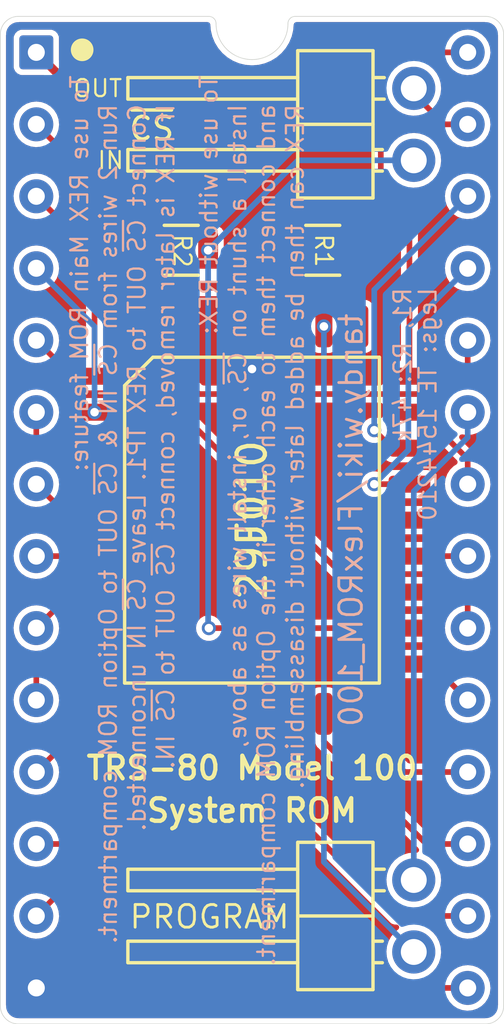
<source format=kicad_pcb>
(kicad_pcb (version 20211014) (generator pcbnew)
  (title_block (title "FlashROM_100 - PLCC") (date "2021-05-12") (rev "003") (company "Brian K. White - b.kenyon.w@gmail.com") (comment 1 "System ROM for TRS-80 Model 100 with support for REX main rom feature"))
  (layers (0 "F.Cu" signal) (31 "B.Cu" signal) (34 "B.Paste" user) (35 "F.Paste" user) (36 "B.SilkS" user "B.Silkscreen") (37 "F.SilkS" user "F.Silkscreen") (38 "B.Mask" user) (39 "F.Mask" user) (44 "Edge.Cuts" user))
  (net 0 "")
  (net 1 "/D3")
  (net 2 "/A10")
  (net 3 "/D4")
  (net 4 "/A7")
  (net 5 "/D5")
  (net 6 "/A6")
  (net 7 "/D6")
  (net 8 "/A5")
  (net 9 "/D7")
  (net 10 "/A4")
  (net 11 "/A11")
  (net 12 "/A3")
  (net 13 "/~{OE}")
  (net 14 "/A2")
  (net 15 "/A13")
  (net 16 "/A1")
  (net 17 "/A0")
  (net 18 "/A12")
  (net 19 "/D0")
  (net 20 "/A9")
  (net 21 "/D1")
  (net 22 "/A8")
  (net 23 "/D2")
  (net 24 "/A14")
  (net 25 "/~{WE}")
  (net 26 "VCC")
  (net 27 "GND")
  (net 28 "/ALE_~{WE}")
  (net 29 "/~{CS_BUS}")
  (net 30 "/~{CS}")
  (net 32 "unconnected-(U1-Pad30)")
  (footprint "000_LOCAL:R_0805" (layer "F.Cu") (at 147.5 90.475 180)
    (fp_text reference "R2" (at -0.04 -0.02 270 unlocked) (layer "F.SilkS") (effects (font (size 0.6 0.6) (thickness 0.08))))
    (fp_text value "47K")
    (fp_line (start -0.6 -0.88) (end 0.6 -0.88) (layer "F.SilkS") (width 0.12))
    (fp_line (start 0.6 0.88) (end -0.6 0.88) (layer "F.SilkS") (width 0.12))
    (pad "1" smd roundrect locked (at -0.95 0 180) (size 0.7 1.3) (layers "F.Cu" "F.Paste" "F.Mask") (roundrect_rratio 0.1) (net 30 "/~{CS}"))
    (pad "2" smd roundrect locked (at 0.95 0 180) (size 0.7 1.3) (layers "F.Cu" "F.Paste" "F.Mask") (roundrect_rratio 0.1) (net 26 "VCC"))
  )
  (footprint "000_LOCAL:PLCC32_7x9" (layer "F.Cu") (at 150 100)
    (fp_text reference "U1" hide)
    (fp_text value "29F010" (at 0 0 -90) (layer "F.SilkS"))
    (fp_line (start -3.5 -5.75) (end 4.5 -5.75) (layer "F.SilkS") (width 0.12))
    (fp_line (start 4.5 -5.75) (end 4.5 5.75) (layer "F.SilkS") (width 0.12))
    (fp_line (start -4.5 5.75) (end -4.5 -4.75) (layer "F.SilkS") (width 0.12))
    (fp_line (start -4.5 -4.75) (end -3.5 -5.75) (layer "F.SilkS") (width 0.12))
    (fp_line (start 4.5 5.75) (end -4.5 5.75) (layer "F.SilkS") (width 0.12))
    (pad "1" smd roundrect locked (at 0 -6.8375) (size 0.6 1.475) (layers "F.Cu" "F.Paste" "F.Mask"))
    (pad "2" smd roundrect locked (at -1.27 -6.8375) (size 0.6 1.475) (layers "F.Cu" "F.Paste" "F.Mask") (net 27 "GND"))
    (pad "3" smd roundrect locked (at -2.54 -6.8375) (size 0.6 1.475) (layers "F.Cu" "F.Paste" "F.Mask") (net 27 "GND"))
    (pad "4" smd roundrect locked (at -3.81 -6.8375) (size 0.6 1.475) (layers "F.Cu" "F.Paste" "F.Mask") (net 18 "/A12"))
    (pad "5" smd roundrect locked (at -5.5625 -5.08) (size 1.475 0.6) (layers "F.Cu" "F.Paste" "F.Mask") (net 4 "/A7"))
    (pad "6" smd roundrect locked (at -5.5625 -3.81) (size 1.475 0.6) (layers "F.Cu" "F.Paste" "F.Mask") (net 6 "/A6"))
    (pad "7" smd roundrect locked (at -5.5625 -2.54) (size 1.475 0.6) (layers "F.Cu" "F.Paste" "F.Mask") (net 8 "/A5"))
    (pad "8" smd roundrect locked (at -5.5625 -1.27) (size 1.475 0.6) (layers "F.Cu" "F.Paste" "F.Mask") (net 10 "/A4"))
    (pad "9" smd roundrect locked (at -5.5625 0) (size 1.475 0.6) (layers "F.Cu" "F.Paste" "F.Mask") (net 12 "/A3"))
    (pad "10" smd roundrect locked (at -5.5625 1.27) (size 1.475 0.6) (layers "F.Cu" "F.Paste" "F.Mask") (net 14 "/A2"))
    (pad "11" smd roundrect locked (at -5.5625 2.54) (size 1.475 0.6) (layers "F.Cu" "F.Paste" "F.Mask") (net 16 "/A1"))
    (pad "12" smd roundrect locked (at -5.5625 3.81) (size 1.475 0.6) (layers "F.Cu" "F.Paste" "F.Mask") (net 17 "/A0"))
    (pad "13" smd roundrect locked (at -5.5625 5.08) (size 1.475 0.6) (layers "F.Cu" "F.Paste" "F.Mask") (net 19 "/D0"))
    (pad "14" smd roundrect locked (at -3.81 6.8375) (size 0.6 1.475) (layers "F.Cu" "F.Paste" "F.Mask") (net 21 "/D1"))
    (pad "15" smd roundrect locked (at -2.54 6.8375) (size 0.6 1.475) (layers "F.Cu" "F.Paste" "F.Mask") (net 23 "/D2"))
    (pad "16" smd roundrect locked (at -1.27 6.8375) (size 0.6 1.475) (layers "F.Cu" "F.Paste" "F.Mask") (net 27 "GND"))
    (pad "17" smd roundrect locked (at 0 6.8375) (size 0.6 1.475) (layers "F.Cu" "F.Paste" "F.Mask") (net 1 "/D3"))
    (pad "18" smd roundrect locked (at 1.27 6.8375) (size 0.6 1.475) (layers "F.Cu" "F.Paste" "F.Mask") (net 3 "/D4"))
    (pad "19" smd roundrect locked (at 2.54 6.8375) (size 0.6 1.475) (layers "F.Cu" "F.Paste" "F.Mask") (net 5 "/D5"))
    (pad "20" smd roundrect locked (at 3.81 6.8375) (size 0.6 1.475) (layers "F.Cu" "F.Paste" "F.Mask") (net 7 "/D6"))
    (pad "21" smd roundrect locked (at 5.5625 5.08) (size 1.475 0.6) (layers "F.Cu" "F.Paste" "F.Mask") (net 9 "/D7"))
    (pad "22" smd roundrect locked (at 5.5625 3.81) (size 1.475 0.6) (layers "F.Cu" "F.Paste" "F.Mask") (net 30 "/~{CS}"))
    (pad "23" smd roundrect locked (at 5.5625 2.54) (size 1.475 0.6) (layers "F.Cu" "F.Paste" "F.Mask") (net 2 "/A10"))
    (pad "24" smd roundrect locked (at 5.5625 1.27) (size 1.475 0.6) (layers "F.Cu" "F.Paste" "F.Mask") (net 13 "/~{OE}"))
    (pad "25" smd roundrect locked (at 5.5625 0) (size 1.475 0.6) (layers "F.Cu" "F.Paste" "F.Mask") (net 11 "/A11"))
    (pad "26" smd roundrect locked (at 5.5625 -1.27) (size 1.475 0.6) (layers "F.Cu" "F.Paste" "F.Mask") (net 20 "/A9"))
    (pad "27" smd roundrect locked (at 5.5625 -2.54) (size 1.475 0.6) (layers "F.Cu" "F.Paste" "F.Mask") (net 22 "/A8"))
    (pad "28" smd roundrect locked (at 5.5625 -3.81) (size 1.475 0.6) (layers "F.Cu" "F.Paste" "F.Mask") (net 15 "/A13"))
    (pad "29" smd roundrect locked (at 5.5625 -5.08) (size 1.475 0.6) (layers "F.Cu" "F.Paste" "F.Mask") (net 24 "/A14"))
    (pad "30" smd roundrect locked (at 3.81 -6.8375) (size 0.6 1.475) (layers "F.Cu" "F.Paste" "F.Mask") (net 32 "unconnected-(U1-Pad30)"))
    (pad "31" smd roundrect locked (at 2.54 -6.8375) (size 0.6 1.475) (layers "F.Cu" "F.Paste" "F.Mask") (net 25 "/~{WE}"))
    (pad "32" smd roundrect locked (at 1.27 -6.8375) (size 0.6 1.475) (layers "F.Cu" "F.Paste" "F.Mask") (net 26 "VCC"))
  )
  (footprint "000_LOCAL:Pin_Header_Angled_1x02_Pitch2.54mm" (layer "F.Cu") (at 155.715 115.24 180)
    (fp_text reference "JP2" hide)
    (fp_text value "Write-Enable")
    (fp_line (start 10.1 2.92) (end 4.1 2.92) (layer "F.SilkS") (width 0.12))
    (fp_line (start 1.44 3.87) (end 4.1 3.87) (layer "F.SilkS") (width 0.12))
    (fp_line (start 4.1 -1.33) (end 1.44 -1.33) (layer "F.SilkS") (width 0.12))
    (fp_line (start 4.1 -0.38) (end 10.1 -0.38) (layer "F.SilkS") (width 0.12))
    (fp_line (start 4.1 2.16) (end 10.1 2.16) (layer "F.SilkS") (width 0.12))
    (fp_line (start 10.1 0.38) (end 4.1 0.38) (layer "F.SilkS") (width 0.12))
    (fp_line (start 1.042929 2.92) (end 1.44 2.92) (layer "F.SilkS") (width 0.12))
    (fp_line (start 1.11 0.38) (end 1.44 0.38) (layer "F.SilkS") (width 0.12))
    (fp_line (start 1.042929 2.16) (end 1.44 2.16) (layer "F.SilkS") (width 0.12))
    (fp_line (start 4.1 3.87) (end 4.1 -1.33) (layer "F.SilkS") (width 0.12))
    (fp_line (start 1.11 -0.38) (end 1.44 -0.38) (layer "F.SilkS") (width 0.12))
    (fp_line (start 10.1 2.16) (end 10.1 2.92) (layer "F.SilkS") (width 0.12))
    (fp_line (start 10.1 -0.38) (end 10.1 0.38) (layer "F.SilkS") (width 0.12))
    (fp_line (start 1.44 -1.33) (end 1.44 3.87) (layer "F.SilkS") (width 0.12))
    (fp_line (start 1.44 1.27) (end 4.1 1.27) (layer "F.SilkS") (width 0.12))
    (pad "1" thru_hole circle locked (at 0 0 180) (size 1.524 1.524) (drill 0.9144) (layers *.Cu *.Mask) (net 25 "/~{WE}"))
    (pad "2" thru_hole circle locked (at 0 2.54 180) (size 1.524 1.524) (drill 0.9144) (layers *.Cu *.Mask) (net 28 "/ALE_~{WE}"))
  )
  (footprint "000_LOCAL:R_0805" (layer "F.Cu") (at 152.5 90.475 180)
    (fp_text reference "R1" (at -0.04 -0.01 -90 unlocked) (layer "F.SilkS") (effects (font (size 0.6 0.6) (thickness 0.08))))
    (fp_text value "47K" hide)
    (fp_line (start 0.6 0.88) (end -0.6 0.88) (layer "F.SilkS") (width 0.12))
    (fp_line (start -0.6 -0.88) (end 0.6 -0.88) (layer "F.SilkS") (width 0.12))
    (pad "1" smd roundrect locked (at -0.95 0 180) (size 0.7 1.3) (layers "F.Cu" "F.Paste" "F.Mask") (roundrect_rratio 0.1) (net 25 "/~{WE}"))
    (pad "2" smd roundrect locked (at 0.95 0 180) (size 0.7 1.3) (layers "F.Cu" "F.Paste" "F.Mask") (roundrect_rratio 0.1) (net 26 "VCC"))
  )
  (footprint "000_LOCAL:Pin_Header_Angled_1x02_Pitch2.54mm" (layer "F.Cu") (at 155.715 87.3 180)
    (fp_text reference "JP1" hide)
    (fp_text value "~CS~ breakout")
    (fp_line (start 4.1 -1.33) (end 1.44 -1.33) (layer "F.SilkS") (width 0.12))
    (fp_line (start 10.1 0.38) (end 4.1 0.38) (layer "F.SilkS") (width 0.12))
    (fp_line (start 1.11 0.38) (end 1.44 0.38) (layer "F.SilkS") (width 0.12))
    (fp_line (start 10.1 2.16) (end 10.1 2.92) (layer "F.SilkS") (width 0.12))
    (fp_line (start 1.042929 2.16) (end 1.44 2.16) (layer "F.SilkS") (width 0.12))
    (fp_line (start 4.1 -0.38) (end 10.1 -0.38) (layer "F.SilkS") (width 0.12))
    (fp_line (start 1.44 1.27) (end 4.1 1.27) (layer "F.SilkS") (width 0.12))
    (fp_line (start 1.042929 2.92) (end 1.44 2.92) (layer "F.SilkS") (width 0.12))
    (fp_line (start 10.1 2.92) (end 4.1 2.92) (layer "F.SilkS") (width 0.12))
    (fp_line (start 1.44 3.87) (end 4.1 3.87) (layer "F.SilkS") (width 0.12))
    (fp_line (start 10.1 -0.38) (end 10.1 0.38) (layer "F.SilkS") (width 0.12))
    (fp_line (start 4.1 3.87) (end 4.1 -1.33) (layer "F.SilkS") (width 0.12))
    (fp_line (start 1.44 -1.33) (end 1.44 3.87) (layer "F.SilkS") (width 0.12))
    (fp_line (start 4.1 2.16) (end 10.1 2.16) (layer "F.SilkS") (width 0.12))
    (fp_line (start 1.11 -0.38) (end 1.44 -0.38) (layer "F.SilkS") (width 0.12))
    (pad "1" thru_hole circle locked (at 0 0 180) (size 1.524 1.524) (drill 0.9144) (layers *.Cu *.Mask) (net 30 "/~{CS}"))
    (pad "2" thru_hole circle locked (at 0 2.54 180) (size 1.524 1.524) (drill 0.9144) (layers *.Cu *.Mask) (net 29 "/~{CS_BUS}"))
  )
  (footprint "000_LOCAL:DIP28_0.6_pcb" (layer "F.Cu") (at 150 100)
    (fp_text reference "J1" (at 0 0 -90) (layer "F.SilkS"))
    (fp_text value "LH535618 DIP LEGS")
    (fp_line (start 8.89 17.145) (end 8.89 -17.145) (layer "Edge.Cuts") (width 0.0254))
    (fp_line (start -8.255 -17.78) (end -1.524 -17.78) (layer "Edge.Cuts") (width 0.0254))
    (fp_line (start -8.89 -17.145) (end -8.89 17.145) (layer "Edge.Cuts") (width 0.0254))
    (fp_line (start 1.524 -17.78) (end 8.255 -17.78) (layer "Edge.Cuts") (width 0.0254))
    (fp_line (start -8.255 17.78) (end 8.255 17.78) (layer "Edge.Cuts") (width 0.0254))
    (fp_arc (start -8.255 17.78) (mid -8.704013 17.594013) (end -8.89 17.145) (layer "Edge.Cuts") (width 0.0254))
    (fp_arc (start -1.524 -17.78) (mid -1.344395 -17.705605) (end -1.27 -17.526) (layer "Edge.Cuts") (width 0.0254))
    (fp_arc (start 1.27 -17.526) (mid 0 -16.256) (end -1.27 -17.526) (layer "Edge.Cuts") (width 0.0254))
    (fp_arc (start 1.27 -17.526) (mid 1.344395 -17.705605) (end 1.524 -17.78) (layer "Edge.Cuts") (width 0.0254))
    (fp_arc (start 8.89 17.145) (mid 8.704013 17.594013) (end 8.255 17.78) (layer "Edge.Cuts") (width 0.0254))
    (fp_arc (start 8.255 -17.78) (mid 8.704013 -17.594013) (end 8.89 -17.145) (layer "Edge.Cuts") (width 0.0254))
    (fp_arc (start -8.89 -17.145) (mid -8.704013 -17.594013) (end -8.255 -17.78) (layer "Edge.Cuts") (width 0.0254))
    (pad "1" thru_hole roundrect (at -7.62 -16.51) (size 1.2 1.2) (drill 0.6) (layers *.Cu *.Mask) (roundrect_rratio 0.1) (net 26 "VCC"))
    (pad "2" thru_hole circle (at -7.62 -13.97) (size 1.2 1.2) (drill 0.6) (layers *.Cu *.Mask) (net 2 "/A10"))
    (pad "3" thru_hole circle (at -7.62 -11.43) (size 1.2 1.2) (drill 0.6) (layers *.Cu *.Mask) (net 4 "/A7"))
    (pad "4" thru_hole circle (at -7.62 -8.89) (size 1.2 1.2) (drill 0.6) (layers *.Cu *.Mask) (net 6 "/A6"))
    (pad "5" thru_hole circle (at -7.62 -6.35) (size 1.2 1.2) (drill 0.6) (layers *.Cu *.Mask) (net 8 "/A5"))
    (pad "6" thru_hole circle (at -7.62 -3.81) (size 1.2 1.2) (drill 0.6) (layers *.Cu *.Mask) (net 10 "/A4"))
    (pad "7" thru_hole circle (at -7.62 -1.27) (size 1.2 1.2) (drill 0.6) (layers *.Cu *.Mask) (net 12 "/A3"))
    (pad "8" thru_hole circle (at -7.62 1.27) (size 1.2 1.2) (drill 0.6) (layers *.Cu *.Mask) (net 14 "/A2"))
    (pad "9" thru_hole circle (at -7.62 3.81) (size 1.2 1.2) (drill 0.6) (layers *.Cu *.Mask) (net 16 "/A1"))
    (pad "10" thru_hole circle (at -7.62 6.35) (size 1.2 1.2) (drill 0.6) (layers *.Cu *.Mask) (net 17 "/A0"))
    (pad "11" thru_hole circle (at -7.62 8.89) (size 1.2 1.2) (drill 0.6) (layers *.Cu *.Mask) (net 19 "/D0"))
    (pad "12" thru_hole circle (at -7.62 11.43) (size 1.2 1.2) (drill 0.6) (layers *.Cu *.Mask) (net 21 "/D1"))
    (pad "13" thru_hole circle (at -7.62 13.97) (size 1.2 1.2) (drill 0.6) (layers *.Cu *.Mask) (net 23 "/D2"))
    (pad "14" thru_hole circle (at -7.62 16.51) (size 1.2 1.2) (drill 0.6) (layers *.Cu *.Mask) (net 27 "GND"))
    (pad "15" thru_hole circle (at 7.62 16.51) (size 1.2 1.2) (drill 0.6) (layers *.Cu *.Mask) (net 1 "/D3"))
    (pad "16" thru_hole circle (at 7.62 13.97) (size 1.2 1.2) (drill 0.6) (layers *.Cu *.Mask) (net 3 "/D4"))
    (pad "17" thru_hole circle (at 7.62 11.43) (size 1.2 1.2) (drill 0.6) (layers *.Cu *.Mask) (net 5 "/D5"))
    (pad "18" thru_hole circle (at 7.62 8.89) (size 1.2 1.2) (drill 0.6) (layers *.Cu *.Mask) (net 7 "/D6"))
    (pad "19" thru_hole circle (at 7.62 6.35) (size 1.2 1.2) (drill 0.6) (layers *.Cu *.Mask) (net 9 "/D7"))
    (pad "20" thru_hole circle (at 7.62 3.81) (size 1.2 1.2) (drill 0.6) (layers *.Cu *.Mask) (net 11 "/A11"))
    (pad "21" thru_hole circle (at 7.62 1.27) (size 1.2 1.2) (drill 0.6) (layers *.Cu *.Mask) (net 13 "/~{OE}"))
    (pad "22" thru_hole circle (at 7.62 -1.27) (size 1.2 1.2) (drill 0.6) (layers *.Cu *.Mask) (net 15 "/A13"))
    (pad "23" thru_hole circle (at 7.62 -3.81) (size 1.2 1.2) (drill 0.6) (layers *.Cu *.Mask) (net 28 "/ALE_~{WE}"))
    (pad "24" thru_hole circle (at 7.62 -6.35) (size 1.2 1.2) (drill 0.6) (layers *.Cu *.Mask) (net 18 "/A12"))
    (pad "25" thru_hole circle (at 7.62 -8.89) (size 1.2 1.2) (drill 0.6) (layers *.Cu *.Mask) (net 20 "/A9"))
    (pad "26" thru_hole circle (at 7.62 -11.43) (size 1.2 1.2) (drill 0.6) (layers *.Cu *.Mask) (net 22 "/A8"))
    (pad "27" thru_hole circle (at 7.62 -13.97) (size 1.2 1.2) (drill 0.6) (layers *.Cu *.Mask) (net 29 "/~{CS_BUS}"))
    (pad "28" thru_hole circle (at 7.62 -16.51) (size 1.2 1.2) (drill 0.6) (layers *.Cu *.Mask) (net 24 "/A14"))
  )
  (gr_circle (center 144 83.4) (end 144.2 83.4) (layer "F.SilkS") (width 0.4) (fill none))
  (gr_text "Legs: TE 1544210" (at 156.21 91.745 90) (layer "B.SilkS") (effects (font (size 0.6 0.6) (thickness 0.08)) (justify left mirror)))
  (gr_text "To use without REX:" (at 148.476 84.252 90) (layer "B.SilkS") (effects (font (size 0.6 0.6) (thickness 0.08)) (justify left mirror)))
  (gr_text "and connect them to each other in the Option ROM compartment." (at 150.508 85.268 90) (layer "B.SilkS") (effects (font (size 0.6 0.6) (thickness 0.08)) (justify left mirror)))
  (gr_text "Install a shunt on ~{CS}, or, install wires as above," (at 149.492 85.268 90) (layer "B.SilkS") (effects (font (size 0.6 0.6) (thickness 0.08)) (justify left mirror)))
  (gr_text "REX can then be added later without disassembling." (at 151.524 85.268 90) (layer "B.SilkS") (effects (font (size 0.6 0.6) (thickness 0.08)) (justify left mirror)))
  (gr_text "R1, R2: 47k" (at 155.321 91.745 90) (layer "B.SilkS") (effects (font (size 0.6 0.6) (thickness 0.08)) (justify left mirror)))
  (gr_text "Run 2 wires from ~{CS} IN & ~{CS} OUT to Option ROM compartment." (at 144.92 85.268 90) (layer "B.SilkS") (effects (font (size 0.6 0.6) (thickness 0.08)) (justify left mirror)))
  (gr_text "If REX is later removed, connect ~{CS} OUT to ~{CS} IN." (at 146.952 85.268 90) (layer "B.SilkS") (effects (font (size 0.6 0.6) (thickness 0.08)) (justify left mirror)))
  (gr_text "Connect ~{CS} OUT to REX TP1. Leave ~{CS} IN unconnected." (at 145.936 85.268 90) (layer "B.SilkS") (effects (font (size 0.6 0.6) (thickness 0.08)) (justify left mirror)))
  (gr_text "To use REX Main ROM feature:" (at 143.904 84.252 90) (layer "B.SilkS") (effects (font (size 0.6 0.6) (thickness 0.08)) (justify left mirror)))
  (gr_text "tandy.wiki/FlexROM_100" (at 153.5 100 90) (layer "B.SilkS") (effects (font (size 0.8 0.8) (thickness 0.1)) (justify mirror)))
  (gr_text "IN" (at 145.0086 87.2998) (layer "F.SilkS") (effects (font (size 0.6 0.6) (thickness 0.08))))
  (gr_text "OUT" (at 144.5514 84.7598) (layer "F.SilkS") (effects (font (size 0.6 0.6) (thickness 0.08))))
  (gr_text "~{CS}" (at 146.4564 86.1822) (layer "F.SilkS") (effects (font (size 0.8 0.8) (thickness 0.12))))
  (gr_text "System ROM" (at 150 110.25) (layer "F.SilkS") (effects (font (size 0.8 0.8))))
  (gr_text "PROGRAM" (at 148.5 114) (layer "F.SilkS") (effects (font (size 0.8 0.8) (thickness 0.1))))
  (gr_text "TRS-80 Model 100" (at 150 108.75) (layer "F.SilkS") (effects (font (size 0.8 0.8))))
  (segment (start 157.62 116.51) (end 155.08 116.51) (width 0.2) (layer "F.Cu") (net 1))
  (segment (start 150 111.43) (end 150 106.8375) (width 0.2) (layer "F.Cu") (net 1))
  (segment (start 155.08 116.51) (end 150 111.43) (width 0.2) (layer "F.Cu") (net 1))
  (segment (start 155.5625 102.54) (end 155.5625 102.54) (width 0.18) (layer "F.Cu") (net 2))
  (segment (start 155.5625 102.54) (end 153.81 102.54) (width 0.2) (layer "F.Cu") (net 2))
  (segment (start 145.1105 88.7605) (end 142.38 86.03) (width 0.2) (layer "F.Cu") (net 2))
  (segment (start 153.81 102.54) (end 145.1105 93.8405) (width 0.2) (layer "F.Cu") (net 2))
  (segment (start 145.1105 93.8405) (end 145.1105 88.7605) (width 0.2) (layer "F.Cu") (net 2))
  (segment (start 157.62 113.97) (end 155.08 113.97) (width 0.2) (layer "F.Cu") (net 3))
  (segment (start 151.27 110.16) (end 151.27 106.8375) (width 0.2) (layer "F.Cu") (net 3))
  (segment (start 155.08 113.97) (end 151.27 110.16) (width 0.2) (layer "F.Cu") (net 3))
  (segment (start 144.4375 94.92) (end 144.4375 90.6275) (width 0.2) (layer "F.Cu") (net 4))
  (segment (start 144.4375 90.6275) (end 142.38 88.57) (width 0.2) (layer "F.Cu") (net 4))
  (segment (start 152.54 107.8105) (end 152.54 106.8375) (width 0.2) (layer "F.Cu") (net 5))
  (segment (start 156.1595 111.43) (end 152.54 107.8105) (width 0.2) (layer "F.Cu") (net 5))
  (segment (start 157.62 111.43) (end 156.1595 111.43) (width 0.2) (layer "F.Cu") (net 5))
  (segment (start 144.374 96.2535) (end 144.374 96.2535) (width 0.18) (layer "F.Cu") (net 6))
  (via (at 144.4375 96.19) (size 0.5) (drill 0.3) (layers "F.Cu" "B.Cu") (net 6))
  (segment (start 144.4375 96.19) (end 144.4375 93.1675) (width 0.2) (layer "B.Cu") (net 6))
  (segment (start 144.4375 93.1675) (end 142.38 91.11) (width 0.2) (layer "B.Cu") (net 6))
  (segment (start 153.81 107.3025) (end 153.81 106.8375) (width 0.2) (layer "F.Cu") (net 7))
  (segment (start 155.3975 108.89) (end 153.81 107.3025) (width 0.2) (layer "F.Cu") (net 7))
  (segment (start 157.62 108.89) (end 155.3975 108.89) (width 0.2) (layer "F.Cu") (net 7))
  (segment (start 142.38 93.65) (end 143.3325 94.6025) (width 0.2) (layer "F.Cu") (net 8))
  (segment (start 143.3325 94.6025) (end 143.3325 96.825) (width 0.2) (layer "F.Cu") (net 8))
  (segment (start 143.3325 96.825) (end 143.9675 97.46) (width 0.2) (layer "F.Cu") (net 8))
  (segment (start 143.9675 97.46) (end 144.4375 97.46) (width 0.2) (layer "F.Cu") (net 8))
  (segment (start 157.62 106.35) (end 156.5532 105.2832) (width 0.2) (layer "F.Cu") (net 9))
  (segment (start 156.5532 105.2832) (end 155.7657 105.2832) (width 0.2) (layer "F.Cu") (net 9))
  (segment (start 155.7657 105.2832) (end 155.5625 105.08) (width 0.2) (layer "F.Cu") (net 9))
  (segment (start 157.62 106.35) (end 157.62 106.223) (width 0.18) (layer "F.Cu") (net 9))
  (segment (start 142.38 96.19) (end 142.38 97.1425) (width 0.2) (layer "F.Cu") (net 10))
  (segment (start 142.38 97.1425) (end 143.9675 98.73) (width 0.2) (layer "F.Cu") (net 10))
  (segment (start 143.9675 98.73) (end 144.4375 98.73) (width 0.2) (layer "F.Cu") (net 10))
  (segment (start 154.445 100.6985) (end 155.1435 100) (width 0.2) (layer "F.Cu") (net 11))
  (segment (start 156.5405 101.905) (end 154.6355 101.905) (width 0.2) (layer "F.Cu") (net 11))
  (segment (start 157.62 102.9845) (end 156.5405 101.905) (width 0.2) (layer "F.Cu") (net 11))
  (segment (start 155.1435 100) (end 155.5625 100) (width 0.2) (layer "F.Cu") (net 11))
  (segment (start 154.445 101.7145) (end 154.445 100.6985) (width 0.2) (layer "F.Cu") (net 11))
  (segment (start 157.62 103.81) (end 157.62 102.9845) (width 0.2) (layer "F.Cu") (net 11))
  (segment (start 154.6355 101.905) (end 154.445 101.7145) (width 0.2) (layer "F.Cu") (net 11))
  (segment (start 142.38 98.73) (end 143.45 99.8) (width 0.2) (layer "F.Cu") (net 12))
  (segment (start 144.2375 99.8) (end 144.4375 100) (width 0.2) (layer "F.Cu") (net 12))
  (segment (start 143.45 99.8) (end 144.2375 99.8) (width 0.2) (layer "F.Cu") (net 12))
  (segment (start 157.62 101.27) (end 155.5625 101.27) (width 0.2) (layer "F.Cu") (net 13))
  (segment (start 142.38 101.27) (end 144.4375 101.27) (width 0.2) (layer "F.Cu") (net 14))
  (segment (start 157.62 98.73) (end 157.62 97.841) (width 0.2) (layer "F.Cu") (net 15))
  (segment (start 155.969 96.19) (end 155.5625 96.19) (width 0.2) (layer "F.Cu") (net 15))
  (segment (start 157.62 97.841) (end 155.969 96.19) (width 0.2) (layer "F.Cu") (net 15))
  (segment (start 144.2343 102.7432) (end 144.4375 102.54) (width 0.2) (layer "F.Cu") (net 16))
  (segment (start 143.4468 102.7432) (end 144.2343 102.7432) (width 0.2) (layer "F.Cu") (net 16))
  (segment (start 142.38 103.81) (end 143.4468 102.7432) (width 0.2) (layer "F.Cu") (net 16))
  (segment (start 142.38 105.461) (end 144.031 103.81) (width 0.2) (layer "F.Cu") (net 17))
  (segment (start 142.38 106.35) (end 142.38 105.461) (width 0.2) (layer "F.Cu") (net 17))
  (segment (start 144.031 103.81) (end 144.4375 103.81) (width 0.2) (layer "F.Cu") (net 17))
  (segment (start 146.19 93.1625) (end 146.19 93.61325) (width 0.2) (layer "F.Cu") (net 18))
  (segment (start 157.62 94.48) (end 157.62 93.65) (width 0.2) (layer "F.Cu") (net 18))
  (segment (start 156.55 95.55) (end 157.62 94.48) (width 0.2) (layer "F.Cu") (net 18))
  (segment (start 148.12675 95.55) (end 156.55 95.55) (width 0.2) (layer "F.Cu") (net 18))
  (segment (start 146.19 93.61325) (end 148.12675 95.55) (width 0.2) (layer "F.Cu") (net 18))
  (segment (start 144.4375 106.8325) (end 144.4375 105.08) (width 0.2) (layer "F.Cu") (net 19))
  (segment (start 142.38 108.89) (end 144.4375 106.8325) (width 0.2) (layer "F.Cu") (net 19))
  (segment (start 154.318 98.73) (end 155.5625 98.73) (width 0.2) (layer "F.Cu") (net 20))
  (via (at 154.318 98.73) (size 0.5) (drill 0.3) (layers "F.Cu" "B.Cu") (net 20))
  (segment (start 155.5245 93.2055) (end 157.62 91.11) (width 0.2) (layer "B.Cu") (net 20))
  (segment (start 154.318 98.73) (end 155.5245 97.5235) (width 0.2) (layer "B.Cu") (net 20))
  (segment (start 155.5245 97.5235) (end 155.5245 93.2055) (width 0.2) (layer "B.Cu") (net 20))
  (segment (start 146.19 108.4455) (end 146.19 106.8375) (width 0.2) (layer "F.Cu") (net 21))
  (segment (start 142.38 111.43) (end 143.2055 111.43) (width 0.2) (layer "F.Cu") (net 21))
  (segment (start 143.2055 111.43) (end 146.19 108.4455) (width 0.2) (layer "F.Cu") (net 21))
  (segment (start 154.7498 97.2568) (end 155.3593 97.2568) (width 0.2) (layer "F.Cu") (net 22))
  (segment (start 155.3593 97.2568) (end 155.5625 97.46) (width 0.2) (layer "F.Cu") (net 22))
  (segment (start 154.318 96.825) (end 154.7498 97.2568) (width 0.2) (layer "F.Cu") (net 22))
  (via (at 154.318 96.825) (size 0.5) (drill 0.3) (layers "F.Cu" "B.Cu") (net 22))
  (segment (start 154.318 96.825) (end 154.318 91.872) (width 0.2) (layer "B.Cu") (net 22))
  (segment (start 154.318 91.872) (end 157.62 88.57) (width 0.2) (layer "B.Cu") (net 22))
  (segment (start 142.38 113.97) (end 147.46 108.89) (width 0.2) (layer "F.Cu") (net 23))
  (segment (start 147.46 108.89) (end 147.46 106.8375) (width 0.2) (layer "F.Cu") (net 23))
  (segment (start 155.21 83.49) (end 157.62 83.49) (width 0.2) (layer "F.Cu") (net 24))
  (segment (start 155.5625 88.9255) (end 154.55 87.913) (width 0.2) (layer "F.Cu") (net 24))
  (segment (start 155.5625 94.92) (end 155.5625 88.9255) (width 0.2) (layer "F.Cu") (net 24))
  (segment (start 154.55 84.15) (end 155.21 83.49) (width 0.2) (layer "F.Cu") (net 24))
  (segment (start 154.55 87.913) (end 154.55 84.15) (width 0.2) (layer "F.Cu") (net 24))
  (segment (start 152.54 93.1625) (end 152.54 93.1625) (width 0.18) (layer "F.Cu") (net 25))
  (segment (start 153.45 90.835) (end 153.45 90.475) (width 0.2) (layer "F.Cu") (net 25))
  (segment (start 152.54 93.1625) (end 152.54 91.745) (width 0.2) (layer "F.Cu") (net 25))
  (segment (start 152.54 91.745) (end 153.45 90.835) (width 0.2) (layer "F.Cu") (net 25))
  (via (at 152.54 93.1625) (size 0.5) (drill 0.3) (layers "F.Cu" "B.Cu") (net 25))
  (segment (start 155.715 115.24) (end 152.54 112.065) (width 0.2) (layer "B.Cu") (net 25))
  (segment (start 152.54 112.065) (end 152.54 93.1625) (width 0.2) (layer "B.Cu") (net 25))
  (segment (start 146.55 90.835) (end 147.46 91.745) (width 0.3) (layer "F.Cu") (net 26))
  (segment (start 146.55 87.66) (end 146.55 90.835) (width 0.3) (layer "F.Cu") (net 26))
  (segment (start 151.27 91.745) (end 151.27 93.1625) (width 0.3) (layer "F.Cu") (net 26))
  (segment (start 151.2954 91.7196) (end 151.27 91.745) (width 0.2) (layer "F.Cu") (net 26))
  (segment (start 151.55 90.475) (end 151.2954 90.7296) (width 0.2) (layer "F.Cu") (net 26))
  (segment (start 151.2954 90.7296) (end 151.2954 91.7196) (width 0.2) (layer "F.Cu") (net 26))
  (segment (start 146.55 89.988) (end 146.55 89.73) (width 0.18) (layer "F.Cu") (net 26))
  (segment (start 142.38 83.49) (end 146.55 87.66) (width 0.3) (layer "F.Cu") (net 26))
  (segment (start 147.46 91.745) (end 151.27 91.745) (width 0.3) (layer "F.Cu") (net 26))
  (via (at 150 94.666) (size 0.5) (drill 0.3) (layers "F.Cu" "B.Cu") (net 27))
  (segment (start 157.62 96.19) (end 157.62 97.079) (width 0.2) (layer "B.Cu") (net 28))
  (segment (start 157.62 97.079) (end 155.715 98.984) (width 0.2) (layer "B.Cu") (net 28))
  (segment (start 155.715 98.984) (end 155.715 112.7) (width 0.2) (layer "B.Cu") (net 28))
  (segment (start 156.7945 86.03) (end 157.62 86.03) (width 0.2) (layer "F.Cu") (net 29))
  (segment (start 155.715 84.9505) (end 156.7945 86.03) (width 0.2) (layer "F.Cu") (net 29))
  (segment (start 155.715 84.76) (end 155.715 84.9505) (width 0.2) (layer "F.Cu") (net 29))
  (segment (start 148.476 103.81) (end 155.5625 103.81) (width 0.2) (layer "F.Cu") (net 30))
  (via (at 148.45 90.475) (size 0.5) (drill 0.3) (layers "F.Cu" "B.Cu") (net 30))
  (via (at 148.476 103.81) (size 0.5) (drill 0.3) (layers "F.Cu" "B.Cu") (net 30))
  (segment (start 148.45 103.784) (end 148.476 103.81) (width 0.18) (layer "B.Cu") (net 30))
  (segment (start 151.625 87.3) (end 148.45 90.475) (width 0.2) (layer "B.Cu") (net 30))
  (segment (start 155.715 87.3) (end 151.625 87.3) (width 0.2) (layer "B.Cu") (net 30))
  (segment (start 148.45 90.475) (end 148.45 103.784) (width 0.2) (layer "B.Cu") (net 30))
  (segment (start 153.81 93.64) (end 153.81 93.1625) (width 0.18) (layer "F.Cu") (net 32))
  (zone (net 27) (net_name "GND") (layer "F.Cu") (connect_pads yes (clearance 0.2)) (min_thickness 0.2) (fill yes (thermal_gap 0.2) (thermal_bridge_width 0.3) (smoothing fillet) (radius 0.2))
    (polygon (pts (xy 158.89 117.78) (xy 141.11 117.78) (xy 141.11 82.22) (xy 158.89 82.22)))
  )
  (zone (net 27) (net_name "GND") (layer "B.Cu") (connect_pads yes (clearance 0.2)) (min_thickness 0.2) (fill yes (thermal_gap 0.2) (thermal_bridge_width 0.3) (smoothing fillet) (radius 0.2))
    (polygon (pts (xy 158.89 117.78) (xy 141.11 117.78) (xy 141.11 82.22) (xy 158.89 82.22)))
  )
)
</source>
